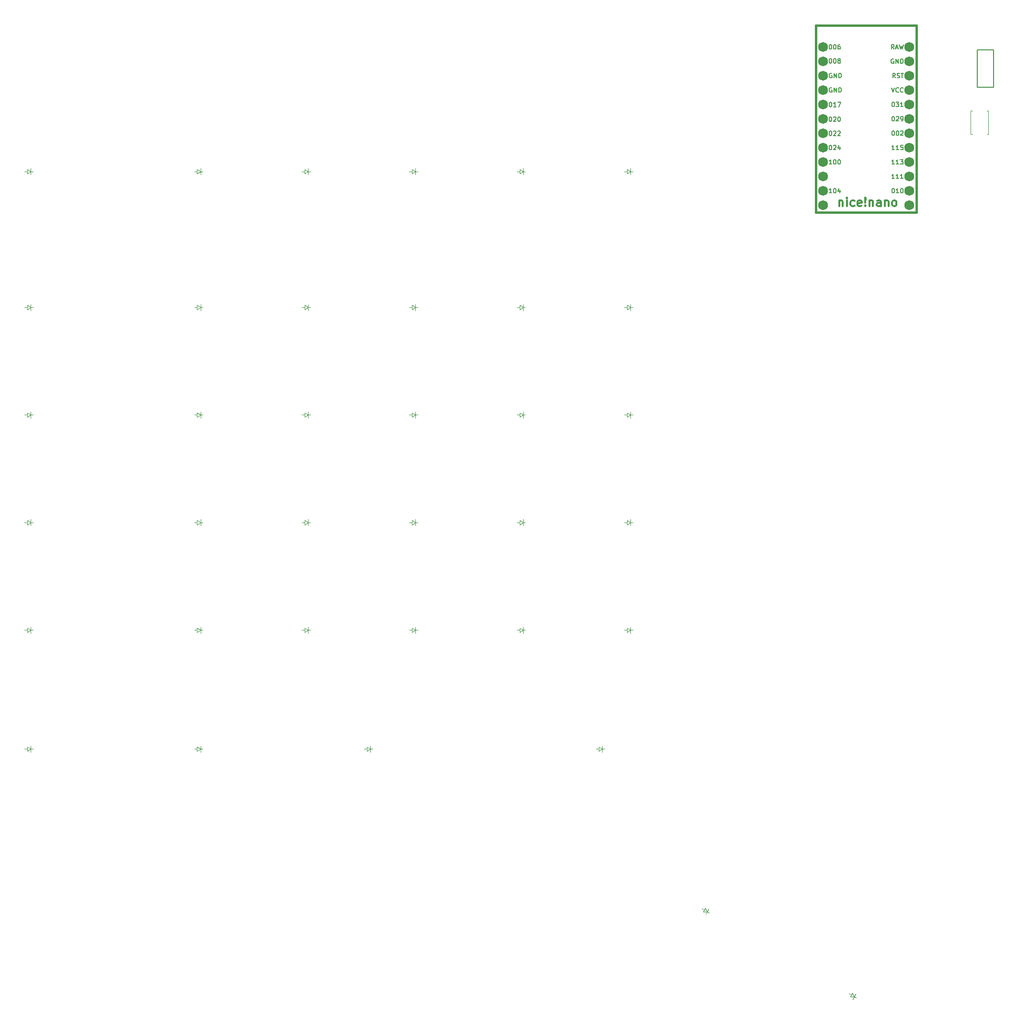
<source format=gbr>
%TF.GenerationSoftware,KiCad,Pcbnew,8.0.5*%
%TF.CreationDate,2024-10-12T19:47:22+02:00*%
%TF.ProjectId,finishedleftpcb,66696e69-7368-4656-946c-656674706362,v1.0.0*%
%TF.SameCoordinates,Original*%
%TF.FileFunction,Legend,Top*%
%TF.FilePolarity,Positive*%
%FSLAX46Y46*%
G04 Gerber Fmt 4.6, Leading zero omitted, Abs format (unit mm)*
G04 Created by KiCad (PCBNEW 8.0.5) date 2024-10-12 19:47:22*
%MOMM*%
%LPD*%
G01*
G04 APERTURE LIST*
%ADD10C,0.150000*%
%ADD11C,0.300000*%
%ADD12C,0.100000*%
%ADD13C,0.120000*%
%ADD14C,0.381000*%
%ADD15C,1.752600*%
G04 APERTURE END LIST*
D10*
X216124411Y-51519763D02*
X216200601Y-51519763D01*
X216200601Y-51519763D02*
X216276792Y-51557858D01*
X216276792Y-51557858D02*
X216314887Y-51595953D01*
X216314887Y-51595953D02*
X216352982Y-51672144D01*
X216352982Y-51672144D02*
X216391077Y-51824525D01*
X216391077Y-51824525D02*
X216391077Y-52015001D01*
X216391077Y-52015001D02*
X216352982Y-52167382D01*
X216352982Y-52167382D02*
X216314887Y-52243572D01*
X216314887Y-52243572D02*
X216276792Y-52281668D01*
X216276792Y-52281668D02*
X216200601Y-52319763D01*
X216200601Y-52319763D02*
X216124411Y-52319763D01*
X216124411Y-52319763D02*
X216048220Y-52281668D01*
X216048220Y-52281668D02*
X216010125Y-52243572D01*
X216010125Y-52243572D02*
X215972030Y-52167382D01*
X215972030Y-52167382D02*
X215933934Y-52015001D01*
X215933934Y-52015001D02*
X215933934Y-51824525D01*
X215933934Y-51824525D02*
X215972030Y-51672144D01*
X215972030Y-51672144D02*
X216010125Y-51595953D01*
X216010125Y-51595953D02*
X216048220Y-51557858D01*
X216048220Y-51557858D02*
X216124411Y-51519763D01*
X216886316Y-51519763D02*
X216962506Y-51519763D01*
X216962506Y-51519763D02*
X217038697Y-51557858D01*
X217038697Y-51557858D02*
X217076792Y-51595953D01*
X217076792Y-51595953D02*
X217114887Y-51672144D01*
X217114887Y-51672144D02*
X217152982Y-51824525D01*
X217152982Y-51824525D02*
X217152982Y-52015001D01*
X217152982Y-52015001D02*
X217114887Y-52167382D01*
X217114887Y-52167382D02*
X217076792Y-52243572D01*
X217076792Y-52243572D02*
X217038697Y-52281668D01*
X217038697Y-52281668D02*
X216962506Y-52319763D01*
X216962506Y-52319763D02*
X216886316Y-52319763D01*
X216886316Y-52319763D02*
X216810125Y-52281668D01*
X216810125Y-52281668D02*
X216772030Y-52243572D01*
X216772030Y-52243572D02*
X216733935Y-52167382D01*
X216733935Y-52167382D02*
X216695839Y-52015001D01*
X216695839Y-52015001D02*
X216695839Y-51824525D01*
X216695839Y-51824525D02*
X216733935Y-51672144D01*
X216733935Y-51672144D02*
X216772030Y-51595953D01*
X216772030Y-51595953D02*
X216810125Y-51557858D01*
X216810125Y-51557858D02*
X216886316Y-51519763D01*
X217610125Y-51862620D02*
X217533935Y-51824525D01*
X217533935Y-51824525D02*
X217495840Y-51786429D01*
X217495840Y-51786429D02*
X217457744Y-51710239D01*
X217457744Y-51710239D02*
X217457744Y-51672144D01*
X217457744Y-51672144D02*
X217495840Y-51595953D01*
X217495840Y-51595953D02*
X217533935Y-51557858D01*
X217533935Y-51557858D02*
X217610125Y-51519763D01*
X217610125Y-51519763D02*
X217762506Y-51519763D01*
X217762506Y-51519763D02*
X217838697Y-51557858D01*
X217838697Y-51557858D02*
X217876792Y-51595953D01*
X217876792Y-51595953D02*
X217914887Y-51672144D01*
X217914887Y-51672144D02*
X217914887Y-51710239D01*
X217914887Y-51710239D02*
X217876792Y-51786429D01*
X217876792Y-51786429D02*
X217838697Y-51824525D01*
X217838697Y-51824525D02*
X217762506Y-51862620D01*
X217762506Y-51862620D02*
X217610125Y-51862620D01*
X217610125Y-51862620D02*
X217533935Y-51900715D01*
X217533935Y-51900715D02*
X217495840Y-51938810D01*
X217495840Y-51938810D02*
X217457744Y-52015001D01*
X217457744Y-52015001D02*
X217457744Y-52167382D01*
X217457744Y-52167382D02*
X217495840Y-52243572D01*
X217495840Y-52243572D02*
X217533935Y-52281668D01*
X217533935Y-52281668D02*
X217610125Y-52319763D01*
X217610125Y-52319763D02*
X217762506Y-52319763D01*
X217762506Y-52319763D02*
X217838697Y-52281668D01*
X217838697Y-52281668D02*
X217876792Y-52243572D01*
X217876792Y-52243572D02*
X217914887Y-52167382D01*
X217914887Y-52167382D02*
X217914887Y-52015001D01*
X217914887Y-52015001D02*
X217876792Y-51938810D01*
X217876792Y-51938810D02*
X217838697Y-51900715D01*
X217838697Y-51900715D02*
X217762506Y-51862620D01*
X216124411Y-61819763D02*
X216200601Y-61819763D01*
X216200601Y-61819763D02*
X216276792Y-61857858D01*
X216276792Y-61857858D02*
X216314887Y-61895953D01*
X216314887Y-61895953D02*
X216352982Y-61972144D01*
X216352982Y-61972144D02*
X216391077Y-62124525D01*
X216391077Y-62124525D02*
X216391077Y-62315001D01*
X216391077Y-62315001D02*
X216352982Y-62467382D01*
X216352982Y-62467382D02*
X216314887Y-62543572D01*
X216314887Y-62543572D02*
X216276792Y-62581668D01*
X216276792Y-62581668D02*
X216200601Y-62619763D01*
X216200601Y-62619763D02*
X216124411Y-62619763D01*
X216124411Y-62619763D02*
X216048220Y-62581668D01*
X216048220Y-62581668D02*
X216010125Y-62543572D01*
X216010125Y-62543572D02*
X215972030Y-62467382D01*
X215972030Y-62467382D02*
X215933934Y-62315001D01*
X215933934Y-62315001D02*
X215933934Y-62124525D01*
X215933934Y-62124525D02*
X215972030Y-61972144D01*
X215972030Y-61972144D02*
X216010125Y-61895953D01*
X216010125Y-61895953D02*
X216048220Y-61857858D01*
X216048220Y-61857858D02*
X216124411Y-61819763D01*
X216695839Y-61895953D02*
X216733935Y-61857858D01*
X216733935Y-61857858D02*
X216810125Y-61819763D01*
X216810125Y-61819763D02*
X217000601Y-61819763D01*
X217000601Y-61819763D02*
X217076792Y-61857858D01*
X217076792Y-61857858D02*
X217114887Y-61895953D01*
X217114887Y-61895953D02*
X217152982Y-61972144D01*
X217152982Y-61972144D02*
X217152982Y-62048334D01*
X217152982Y-62048334D02*
X217114887Y-62162620D01*
X217114887Y-62162620D02*
X216657744Y-62619763D01*
X216657744Y-62619763D02*
X217152982Y-62619763D01*
X217648221Y-61819763D02*
X217724411Y-61819763D01*
X217724411Y-61819763D02*
X217800602Y-61857858D01*
X217800602Y-61857858D02*
X217838697Y-61895953D01*
X217838697Y-61895953D02*
X217876792Y-61972144D01*
X217876792Y-61972144D02*
X217914887Y-62124525D01*
X217914887Y-62124525D02*
X217914887Y-62315001D01*
X217914887Y-62315001D02*
X217876792Y-62467382D01*
X217876792Y-62467382D02*
X217838697Y-62543572D01*
X217838697Y-62543572D02*
X217800602Y-62581668D01*
X217800602Y-62581668D02*
X217724411Y-62619763D01*
X217724411Y-62619763D02*
X217648221Y-62619763D01*
X217648221Y-62619763D02*
X217572030Y-62581668D01*
X217572030Y-62581668D02*
X217533935Y-62543572D01*
X217533935Y-62543572D02*
X217495840Y-62467382D01*
X217495840Y-62467382D02*
X217457744Y-62315001D01*
X217457744Y-62315001D02*
X217457744Y-62124525D01*
X217457744Y-62124525D02*
X217495840Y-61972144D01*
X217495840Y-61972144D02*
X217533935Y-61895953D01*
X217533935Y-61895953D02*
X217572030Y-61857858D01*
X217572030Y-61857858D02*
X217648221Y-61819763D01*
X227198792Y-74449763D02*
X227274982Y-74449763D01*
X227274982Y-74449763D02*
X227351173Y-74487858D01*
X227351173Y-74487858D02*
X227389268Y-74525953D01*
X227389268Y-74525953D02*
X227427363Y-74602144D01*
X227427363Y-74602144D02*
X227465458Y-74754525D01*
X227465458Y-74754525D02*
X227465458Y-74945001D01*
X227465458Y-74945001D02*
X227427363Y-75097382D01*
X227427363Y-75097382D02*
X227389268Y-75173572D01*
X227389268Y-75173572D02*
X227351173Y-75211668D01*
X227351173Y-75211668D02*
X227274982Y-75249763D01*
X227274982Y-75249763D02*
X227198792Y-75249763D01*
X227198792Y-75249763D02*
X227122601Y-75211668D01*
X227122601Y-75211668D02*
X227084506Y-75173572D01*
X227084506Y-75173572D02*
X227046411Y-75097382D01*
X227046411Y-75097382D02*
X227008315Y-74945001D01*
X227008315Y-74945001D02*
X227008315Y-74754525D01*
X227008315Y-74754525D02*
X227046411Y-74602144D01*
X227046411Y-74602144D02*
X227084506Y-74525953D01*
X227084506Y-74525953D02*
X227122601Y-74487858D01*
X227122601Y-74487858D02*
X227198792Y-74449763D01*
X228227363Y-75249763D02*
X227770220Y-75249763D01*
X227998792Y-75249763D02*
X227998792Y-74449763D01*
X227998792Y-74449763D02*
X227922601Y-74564048D01*
X227922601Y-74564048D02*
X227846411Y-74640239D01*
X227846411Y-74640239D02*
X227770220Y-74678334D01*
X228722602Y-74449763D02*
X228798792Y-74449763D01*
X228798792Y-74449763D02*
X228874983Y-74487858D01*
X228874983Y-74487858D02*
X228913078Y-74525953D01*
X228913078Y-74525953D02*
X228951173Y-74602144D01*
X228951173Y-74602144D02*
X228989268Y-74754525D01*
X228989268Y-74754525D02*
X228989268Y-74945001D01*
X228989268Y-74945001D02*
X228951173Y-75097382D01*
X228951173Y-75097382D02*
X228913078Y-75173572D01*
X228913078Y-75173572D02*
X228874983Y-75211668D01*
X228874983Y-75211668D02*
X228798792Y-75249763D01*
X228798792Y-75249763D02*
X228722602Y-75249763D01*
X228722602Y-75249763D02*
X228646411Y-75211668D01*
X228646411Y-75211668D02*
X228608316Y-75173572D01*
X228608316Y-75173572D02*
X228570221Y-75097382D01*
X228570221Y-75097382D02*
X228532125Y-74945001D01*
X228532125Y-74945001D02*
X228532125Y-74754525D01*
X228532125Y-74754525D02*
X228570221Y-74602144D01*
X228570221Y-74602144D02*
X228608316Y-74525953D01*
X228608316Y-74525953D02*
X228646411Y-74487858D01*
X228646411Y-74487858D02*
X228722602Y-74449763D01*
X216391077Y-56707858D02*
X216314887Y-56669763D01*
X216314887Y-56669763D02*
X216200601Y-56669763D01*
X216200601Y-56669763D02*
X216086315Y-56707858D01*
X216086315Y-56707858D02*
X216010125Y-56784048D01*
X216010125Y-56784048D02*
X215972030Y-56860239D01*
X215972030Y-56860239D02*
X215933934Y-57012620D01*
X215933934Y-57012620D02*
X215933934Y-57126906D01*
X215933934Y-57126906D02*
X215972030Y-57279287D01*
X215972030Y-57279287D02*
X216010125Y-57355477D01*
X216010125Y-57355477D02*
X216086315Y-57431668D01*
X216086315Y-57431668D02*
X216200601Y-57469763D01*
X216200601Y-57469763D02*
X216276792Y-57469763D01*
X216276792Y-57469763D02*
X216391077Y-57431668D01*
X216391077Y-57431668D02*
X216429173Y-57393572D01*
X216429173Y-57393572D02*
X216429173Y-57126906D01*
X216429173Y-57126906D02*
X216276792Y-57126906D01*
X216772030Y-57469763D02*
X216772030Y-56669763D01*
X216772030Y-56669763D02*
X217229173Y-57469763D01*
X217229173Y-57469763D02*
X217229173Y-56669763D01*
X217610125Y-57469763D02*
X217610125Y-56669763D01*
X217610125Y-56669763D02*
X217800601Y-56669763D01*
X217800601Y-56669763D02*
X217914887Y-56707858D01*
X217914887Y-56707858D02*
X217991077Y-56784048D01*
X217991077Y-56784048D02*
X218029172Y-56860239D01*
X218029172Y-56860239D02*
X218067268Y-57012620D01*
X218067268Y-57012620D02*
X218067268Y-57126906D01*
X218067268Y-57126906D02*
X218029172Y-57279287D01*
X218029172Y-57279287D02*
X217991077Y-57355477D01*
X217991077Y-57355477D02*
X217914887Y-57431668D01*
X217914887Y-57431668D02*
X217800601Y-57469763D01*
X217800601Y-57469763D02*
X217610125Y-57469763D01*
X216391077Y-75249763D02*
X215933934Y-75249763D01*
X216162506Y-75249763D02*
X216162506Y-74449763D01*
X216162506Y-74449763D02*
X216086315Y-74564048D01*
X216086315Y-74564048D02*
X216010125Y-74640239D01*
X216010125Y-74640239D02*
X215933934Y-74678334D01*
X216886316Y-74449763D02*
X216962506Y-74449763D01*
X216962506Y-74449763D02*
X217038697Y-74487858D01*
X217038697Y-74487858D02*
X217076792Y-74525953D01*
X217076792Y-74525953D02*
X217114887Y-74602144D01*
X217114887Y-74602144D02*
X217152982Y-74754525D01*
X217152982Y-74754525D02*
X217152982Y-74945001D01*
X217152982Y-74945001D02*
X217114887Y-75097382D01*
X217114887Y-75097382D02*
X217076792Y-75173572D01*
X217076792Y-75173572D02*
X217038697Y-75211668D01*
X217038697Y-75211668D02*
X216962506Y-75249763D01*
X216962506Y-75249763D02*
X216886316Y-75249763D01*
X216886316Y-75249763D02*
X216810125Y-75211668D01*
X216810125Y-75211668D02*
X216772030Y-75173572D01*
X216772030Y-75173572D02*
X216733935Y-75097382D01*
X216733935Y-75097382D02*
X216695839Y-74945001D01*
X216695839Y-74945001D02*
X216695839Y-74754525D01*
X216695839Y-74754525D02*
X216733935Y-74602144D01*
X216733935Y-74602144D02*
X216772030Y-74525953D01*
X216772030Y-74525953D02*
X216810125Y-74487858D01*
X216810125Y-74487858D02*
X216886316Y-74449763D01*
X217838697Y-74716429D02*
X217838697Y-75249763D01*
X217648221Y-74411668D02*
X217457744Y-74983096D01*
X217457744Y-74983096D02*
X217952983Y-74983096D01*
X227465458Y-72709763D02*
X227008315Y-72709763D01*
X227236887Y-72709763D02*
X227236887Y-71909763D01*
X227236887Y-71909763D02*
X227160696Y-72024048D01*
X227160696Y-72024048D02*
X227084506Y-72100239D01*
X227084506Y-72100239D02*
X227008315Y-72138334D01*
X228227363Y-72709763D02*
X227770220Y-72709763D01*
X227998792Y-72709763D02*
X227998792Y-71909763D01*
X227998792Y-71909763D02*
X227922601Y-72024048D01*
X227922601Y-72024048D02*
X227846411Y-72100239D01*
X227846411Y-72100239D02*
X227770220Y-72138334D01*
X228989268Y-72709763D02*
X228532125Y-72709763D01*
X228760697Y-72709763D02*
X228760697Y-71909763D01*
X228760697Y-71909763D02*
X228684506Y-72024048D01*
X228684506Y-72024048D02*
X228608316Y-72100239D01*
X228608316Y-72100239D02*
X228532125Y-72138334D01*
X226932125Y-56669763D02*
X227198792Y-57469763D01*
X227198792Y-57469763D02*
X227465458Y-56669763D01*
X228189268Y-57393572D02*
X228151172Y-57431668D01*
X228151172Y-57431668D02*
X228036887Y-57469763D01*
X228036887Y-57469763D02*
X227960696Y-57469763D01*
X227960696Y-57469763D02*
X227846410Y-57431668D01*
X227846410Y-57431668D02*
X227770220Y-57355477D01*
X227770220Y-57355477D02*
X227732125Y-57279287D01*
X227732125Y-57279287D02*
X227694029Y-57126906D01*
X227694029Y-57126906D02*
X227694029Y-57012620D01*
X227694029Y-57012620D02*
X227732125Y-56860239D01*
X227732125Y-56860239D02*
X227770220Y-56784048D01*
X227770220Y-56784048D02*
X227846410Y-56707858D01*
X227846410Y-56707858D02*
X227960696Y-56669763D01*
X227960696Y-56669763D02*
X228036887Y-56669763D01*
X228036887Y-56669763D02*
X228151172Y-56707858D01*
X228151172Y-56707858D02*
X228189268Y-56745953D01*
X228989268Y-57393572D02*
X228951172Y-57431668D01*
X228951172Y-57431668D02*
X228836887Y-57469763D01*
X228836887Y-57469763D02*
X228760696Y-57469763D01*
X228760696Y-57469763D02*
X228646410Y-57431668D01*
X228646410Y-57431668D02*
X228570220Y-57355477D01*
X228570220Y-57355477D02*
X228532125Y-57279287D01*
X228532125Y-57279287D02*
X228494029Y-57126906D01*
X228494029Y-57126906D02*
X228494029Y-57012620D01*
X228494029Y-57012620D02*
X228532125Y-56860239D01*
X228532125Y-56860239D02*
X228570220Y-56784048D01*
X228570220Y-56784048D02*
X228646410Y-56707858D01*
X228646410Y-56707858D02*
X228760696Y-56669763D01*
X228760696Y-56669763D02*
X228836887Y-56669763D01*
X228836887Y-56669763D02*
X228951172Y-56707858D01*
X228951172Y-56707858D02*
X228989268Y-56745953D01*
X227465458Y-70169763D02*
X227008315Y-70169763D01*
X227236887Y-70169763D02*
X227236887Y-69369763D01*
X227236887Y-69369763D02*
X227160696Y-69484048D01*
X227160696Y-69484048D02*
X227084506Y-69560239D01*
X227084506Y-69560239D02*
X227008315Y-69598334D01*
X228227363Y-70169763D02*
X227770220Y-70169763D01*
X227998792Y-70169763D02*
X227998792Y-69369763D01*
X227998792Y-69369763D02*
X227922601Y-69484048D01*
X227922601Y-69484048D02*
X227846411Y-69560239D01*
X227846411Y-69560239D02*
X227770220Y-69598334D01*
X228494030Y-69369763D02*
X228989268Y-69369763D01*
X228989268Y-69369763D02*
X228722602Y-69674525D01*
X228722602Y-69674525D02*
X228836887Y-69674525D01*
X228836887Y-69674525D02*
X228913078Y-69712620D01*
X228913078Y-69712620D02*
X228951173Y-69750715D01*
X228951173Y-69750715D02*
X228989268Y-69826906D01*
X228989268Y-69826906D02*
X228989268Y-70017382D01*
X228989268Y-70017382D02*
X228951173Y-70093572D01*
X228951173Y-70093572D02*
X228913078Y-70131668D01*
X228913078Y-70131668D02*
X228836887Y-70169763D01*
X228836887Y-70169763D02*
X228608316Y-70169763D01*
X228608316Y-70169763D02*
X228532125Y-70131668D01*
X228532125Y-70131668D02*
X228494030Y-70093572D01*
D11*
X217679886Y-76597796D02*
X217679886Y-77597796D01*
X217679886Y-76740653D02*
X217751315Y-76669225D01*
X217751315Y-76669225D02*
X217894172Y-76597796D01*
X217894172Y-76597796D02*
X218108458Y-76597796D01*
X218108458Y-76597796D02*
X218251315Y-76669225D01*
X218251315Y-76669225D02*
X218322744Y-76812082D01*
X218322744Y-76812082D02*
X218322744Y-77597796D01*
X219037029Y-77597796D02*
X219037029Y-76597796D01*
X219037029Y-76097796D02*
X218965601Y-76169225D01*
X218965601Y-76169225D02*
X219037029Y-76240653D01*
X219037029Y-76240653D02*
X219108458Y-76169225D01*
X219108458Y-76169225D02*
X219037029Y-76097796D01*
X219037029Y-76097796D02*
X219037029Y-76240653D01*
X220394173Y-77526368D02*
X220251315Y-77597796D01*
X220251315Y-77597796D02*
X219965601Y-77597796D01*
X219965601Y-77597796D02*
X219822744Y-77526368D01*
X219822744Y-77526368D02*
X219751315Y-77454939D01*
X219751315Y-77454939D02*
X219679887Y-77312082D01*
X219679887Y-77312082D02*
X219679887Y-76883510D01*
X219679887Y-76883510D02*
X219751315Y-76740653D01*
X219751315Y-76740653D02*
X219822744Y-76669225D01*
X219822744Y-76669225D02*
X219965601Y-76597796D01*
X219965601Y-76597796D02*
X220251315Y-76597796D01*
X220251315Y-76597796D02*
X220394173Y-76669225D01*
X221608458Y-77526368D02*
X221465601Y-77597796D01*
X221465601Y-77597796D02*
X221179887Y-77597796D01*
X221179887Y-77597796D02*
X221037029Y-77526368D01*
X221037029Y-77526368D02*
X220965601Y-77383510D01*
X220965601Y-77383510D02*
X220965601Y-76812082D01*
X220965601Y-76812082D02*
X221037029Y-76669225D01*
X221037029Y-76669225D02*
X221179887Y-76597796D01*
X221179887Y-76597796D02*
X221465601Y-76597796D01*
X221465601Y-76597796D02*
X221608458Y-76669225D01*
X221608458Y-76669225D02*
X221679887Y-76812082D01*
X221679887Y-76812082D02*
X221679887Y-76954939D01*
X221679887Y-76954939D02*
X220965601Y-77097796D01*
X222322743Y-77454939D02*
X222394172Y-77526368D01*
X222394172Y-77526368D02*
X222322743Y-77597796D01*
X222322743Y-77597796D02*
X222251315Y-77526368D01*
X222251315Y-77526368D02*
X222322743Y-77454939D01*
X222322743Y-77454939D02*
X222322743Y-77597796D01*
X222322743Y-77026368D02*
X222251315Y-76169225D01*
X222251315Y-76169225D02*
X222322743Y-76097796D01*
X222322743Y-76097796D02*
X222394172Y-76169225D01*
X222394172Y-76169225D02*
X222322743Y-77026368D01*
X222322743Y-77026368D02*
X222322743Y-76097796D01*
X223037029Y-76597796D02*
X223037029Y-77597796D01*
X223037029Y-76740653D02*
X223108458Y-76669225D01*
X223108458Y-76669225D02*
X223251315Y-76597796D01*
X223251315Y-76597796D02*
X223465601Y-76597796D01*
X223465601Y-76597796D02*
X223608458Y-76669225D01*
X223608458Y-76669225D02*
X223679887Y-76812082D01*
X223679887Y-76812082D02*
X223679887Y-77597796D01*
X225037030Y-77597796D02*
X225037030Y-76812082D01*
X225037030Y-76812082D02*
X224965601Y-76669225D01*
X224965601Y-76669225D02*
X224822744Y-76597796D01*
X224822744Y-76597796D02*
X224537030Y-76597796D01*
X224537030Y-76597796D02*
X224394172Y-76669225D01*
X225037030Y-77526368D02*
X224894172Y-77597796D01*
X224894172Y-77597796D02*
X224537030Y-77597796D01*
X224537030Y-77597796D02*
X224394172Y-77526368D01*
X224394172Y-77526368D02*
X224322744Y-77383510D01*
X224322744Y-77383510D02*
X224322744Y-77240653D01*
X224322744Y-77240653D02*
X224394172Y-77097796D01*
X224394172Y-77097796D02*
X224537030Y-77026368D01*
X224537030Y-77026368D02*
X224894172Y-77026368D01*
X224894172Y-77026368D02*
X225037030Y-76954939D01*
X225751315Y-76597796D02*
X225751315Y-77597796D01*
X225751315Y-76740653D02*
X225822744Y-76669225D01*
X225822744Y-76669225D02*
X225965601Y-76597796D01*
X225965601Y-76597796D02*
X226179887Y-76597796D01*
X226179887Y-76597796D02*
X226322744Y-76669225D01*
X226322744Y-76669225D02*
X226394173Y-76812082D01*
X226394173Y-76812082D02*
X226394173Y-77597796D01*
X227322744Y-77597796D02*
X227179887Y-77526368D01*
X227179887Y-77526368D02*
X227108458Y-77454939D01*
X227108458Y-77454939D02*
X227037030Y-77312082D01*
X227037030Y-77312082D02*
X227037030Y-76883510D01*
X227037030Y-76883510D02*
X227108458Y-76740653D01*
X227108458Y-76740653D02*
X227179887Y-76669225D01*
X227179887Y-76669225D02*
X227322744Y-76597796D01*
X227322744Y-76597796D02*
X227537030Y-76597796D01*
X227537030Y-76597796D02*
X227679887Y-76669225D01*
X227679887Y-76669225D02*
X227751316Y-76740653D01*
X227751316Y-76740653D02*
X227822744Y-76883510D01*
X227822744Y-76883510D02*
X227822744Y-77312082D01*
X227822744Y-77312082D02*
X227751316Y-77454939D01*
X227751316Y-77454939D02*
X227679887Y-77526368D01*
X227679887Y-77526368D02*
X227537030Y-77597796D01*
X227537030Y-77597796D02*
X227322744Y-77597796D01*
D10*
X227611506Y-54929763D02*
X227344839Y-54548810D01*
X227154363Y-54929763D02*
X227154363Y-54129763D01*
X227154363Y-54129763D02*
X227459125Y-54129763D01*
X227459125Y-54129763D02*
X227535315Y-54167858D01*
X227535315Y-54167858D02*
X227573410Y-54205953D01*
X227573410Y-54205953D02*
X227611506Y-54282144D01*
X227611506Y-54282144D02*
X227611506Y-54396429D01*
X227611506Y-54396429D02*
X227573410Y-54472620D01*
X227573410Y-54472620D02*
X227535315Y-54510715D01*
X227535315Y-54510715D02*
X227459125Y-54548810D01*
X227459125Y-54548810D02*
X227154363Y-54548810D01*
X227916267Y-54891668D02*
X228030553Y-54929763D01*
X228030553Y-54929763D02*
X228221029Y-54929763D01*
X228221029Y-54929763D02*
X228297220Y-54891668D01*
X228297220Y-54891668D02*
X228335315Y-54853572D01*
X228335315Y-54853572D02*
X228373410Y-54777382D01*
X228373410Y-54777382D02*
X228373410Y-54701191D01*
X228373410Y-54701191D02*
X228335315Y-54625001D01*
X228335315Y-54625001D02*
X228297220Y-54586906D01*
X228297220Y-54586906D02*
X228221029Y-54548810D01*
X228221029Y-54548810D02*
X228068648Y-54510715D01*
X228068648Y-54510715D02*
X227992458Y-54472620D01*
X227992458Y-54472620D02*
X227954363Y-54434525D01*
X227954363Y-54434525D02*
X227916267Y-54358334D01*
X227916267Y-54358334D02*
X227916267Y-54282144D01*
X227916267Y-54282144D02*
X227954363Y-54205953D01*
X227954363Y-54205953D02*
X227992458Y-54167858D01*
X227992458Y-54167858D02*
X228068648Y-54129763D01*
X228068648Y-54129763D02*
X228259125Y-54129763D01*
X228259125Y-54129763D02*
X228373410Y-54167858D01*
X228601982Y-54129763D02*
X229059125Y-54129763D01*
X228830553Y-54929763D02*
X228830553Y-54129763D01*
X227306744Y-51627858D02*
X227230554Y-51589763D01*
X227230554Y-51589763D02*
X227116268Y-51589763D01*
X227116268Y-51589763D02*
X227001982Y-51627858D01*
X227001982Y-51627858D02*
X226925792Y-51704048D01*
X226925792Y-51704048D02*
X226887697Y-51780239D01*
X226887697Y-51780239D02*
X226849601Y-51932620D01*
X226849601Y-51932620D02*
X226849601Y-52046906D01*
X226849601Y-52046906D02*
X226887697Y-52199287D01*
X226887697Y-52199287D02*
X226925792Y-52275477D01*
X226925792Y-52275477D02*
X227001982Y-52351668D01*
X227001982Y-52351668D02*
X227116268Y-52389763D01*
X227116268Y-52389763D02*
X227192459Y-52389763D01*
X227192459Y-52389763D02*
X227306744Y-52351668D01*
X227306744Y-52351668D02*
X227344840Y-52313572D01*
X227344840Y-52313572D02*
X227344840Y-52046906D01*
X227344840Y-52046906D02*
X227192459Y-52046906D01*
X227687697Y-52389763D02*
X227687697Y-51589763D01*
X227687697Y-51589763D02*
X228144840Y-52389763D01*
X228144840Y-52389763D02*
X228144840Y-51589763D01*
X228525792Y-52389763D02*
X228525792Y-51589763D01*
X228525792Y-51589763D02*
X228716268Y-51589763D01*
X228716268Y-51589763D02*
X228830554Y-51627858D01*
X228830554Y-51627858D02*
X228906744Y-51704048D01*
X228906744Y-51704048D02*
X228944839Y-51780239D01*
X228944839Y-51780239D02*
X228982935Y-51932620D01*
X228982935Y-51932620D02*
X228982935Y-52046906D01*
X228982935Y-52046906D02*
X228944839Y-52199287D01*
X228944839Y-52199287D02*
X228906744Y-52275477D01*
X228906744Y-52275477D02*
X228830554Y-52351668D01*
X228830554Y-52351668D02*
X228716268Y-52389763D01*
X228716268Y-52389763D02*
X228525792Y-52389763D01*
X227198792Y-64289763D02*
X227274982Y-64289763D01*
X227274982Y-64289763D02*
X227351173Y-64327858D01*
X227351173Y-64327858D02*
X227389268Y-64365953D01*
X227389268Y-64365953D02*
X227427363Y-64442144D01*
X227427363Y-64442144D02*
X227465458Y-64594525D01*
X227465458Y-64594525D02*
X227465458Y-64785001D01*
X227465458Y-64785001D02*
X227427363Y-64937382D01*
X227427363Y-64937382D02*
X227389268Y-65013572D01*
X227389268Y-65013572D02*
X227351173Y-65051668D01*
X227351173Y-65051668D02*
X227274982Y-65089763D01*
X227274982Y-65089763D02*
X227198792Y-65089763D01*
X227198792Y-65089763D02*
X227122601Y-65051668D01*
X227122601Y-65051668D02*
X227084506Y-65013572D01*
X227084506Y-65013572D02*
X227046411Y-64937382D01*
X227046411Y-64937382D02*
X227008315Y-64785001D01*
X227008315Y-64785001D02*
X227008315Y-64594525D01*
X227008315Y-64594525D02*
X227046411Y-64442144D01*
X227046411Y-64442144D02*
X227084506Y-64365953D01*
X227084506Y-64365953D02*
X227122601Y-64327858D01*
X227122601Y-64327858D02*
X227198792Y-64289763D01*
X227960697Y-64289763D02*
X228036887Y-64289763D01*
X228036887Y-64289763D02*
X228113078Y-64327858D01*
X228113078Y-64327858D02*
X228151173Y-64365953D01*
X228151173Y-64365953D02*
X228189268Y-64442144D01*
X228189268Y-64442144D02*
X228227363Y-64594525D01*
X228227363Y-64594525D02*
X228227363Y-64785001D01*
X228227363Y-64785001D02*
X228189268Y-64937382D01*
X228189268Y-64937382D02*
X228151173Y-65013572D01*
X228151173Y-65013572D02*
X228113078Y-65051668D01*
X228113078Y-65051668D02*
X228036887Y-65089763D01*
X228036887Y-65089763D02*
X227960697Y-65089763D01*
X227960697Y-65089763D02*
X227884506Y-65051668D01*
X227884506Y-65051668D02*
X227846411Y-65013572D01*
X227846411Y-65013572D02*
X227808316Y-64937382D01*
X227808316Y-64937382D02*
X227770220Y-64785001D01*
X227770220Y-64785001D02*
X227770220Y-64594525D01*
X227770220Y-64594525D02*
X227808316Y-64442144D01*
X227808316Y-64442144D02*
X227846411Y-64365953D01*
X227846411Y-64365953D02*
X227884506Y-64327858D01*
X227884506Y-64327858D02*
X227960697Y-64289763D01*
X228532125Y-64365953D02*
X228570221Y-64327858D01*
X228570221Y-64327858D02*
X228646411Y-64289763D01*
X228646411Y-64289763D02*
X228836887Y-64289763D01*
X228836887Y-64289763D02*
X228913078Y-64327858D01*
X228913078Y-64327858D02*
X228951173Y-64365953D01*
X228951173Y-64365953D02*
X228989268Y-64442144D01*
X228989268Y-64442144D02*
X228989268Y-64518334D01*
X228989268Y-64518334D02*
X228951173Y-64632620D01*
X228951173Y-64632620D02*
X228494030Y-65089763D01*
X228494030Y-65089763D02*
X228989268Y-65089763D01*
X216124411Y-59219763D02*
X216200601Y-59219763D01*
X216200601Y-59219763D02*
X216276792Y-59257858D01*
X216276792Y-59257858D02*
X216314887Y-59295953D01*
X216314887Y-59295953D02*
X216352982Y-59372144D01*
X216352982Y-59372144D02*
X216391077Y-59524525D01*
X216391077Y-59524525D02*
X216391077Y-59715001D01*
X216391077Y-59715001D02*
X216352982Y-59867382D01*
X216352982Y-59867382D02*
X216314887Y-59943572D01*
X216314887Y-59943572D02*
X216276792Y-59981668D01*
X216276792Y-59981668D02*
X216200601Y-60019763D01*
X216200601Y-60019763D02*
X216124411Y-60019763D01*
X216124411Y-60019763D02*
X216048220Y-59981668D01*
X216048220Y-59981668D02*
X216010125Y-59943572D01*
X216010125Y-59943572D02*
X215972030Y-59867382D01*
X215972030Y-59867382D02*
X215933934Y-59715001D01*
X215933934Y-59715001D02*
X215933934Y-59524525D01*
X215933934Y-59524525D02*
X215972030Y-59372144D01*
X215972030Y-59372144D02*
X216010125Y-59295953D01*
X216010125Y-59295953D02*
X216048220Y-59257858D01*
X216048220Y-59257858D02*
X216124411Y-59219763D01*
X217152982Y-60019763D02*
X216695839Y-60019763D01*
X216924411Y-60019763D02*
X216924411Y-59219763D01*
X216924411Y-59219763D02*
X216848220Y-59334048D01*
X216848220Y-59334048D02*
X216772030Y-59410239D01*
X216772030Y-59410239D02*
X216695839Y-59448334D01*
X217419649Y-59219763D02*
X217952983Y-59219763D01*
X217952983Y-59219763D02*
X217610125Y-60019763D01*
X227198792Y-61749763D02*
X227274982Y-61749763D01*
X227274982Y-61749763D02*
X227351173Y-61787858D01*
X227351173Y-61787858D02*
X227389268Y-61825953D01*
X227389268Y-61825953D02*
X227427363Y-61902144D01*
X227427363Y-61902144D02*
X227465458Y-62054525D01*
X227465458Y-62054525D02*
X227465458Y-62245001D01*
X227465458Y-62245001D02*
X227427363Y-62397382D01*
X227427363Y-62397382D02*
X227389268Y-62473572D01*
X227389268Y-62473572D02*
X227351173Y-62511668D01*
X227351173Y-62511668D02*
X227274982Y-62549763D01*
X227274982Y-62549763D02*
X227198792Y-62549763D01*
X227198792Y-62549763D02*
X227122601Y-62511668D01*
X227122601Y-62511668D02*
X227084506Y-62473572D01*
X227084506Y-62473572D02*
X227046411Y-62397382D01*
X227046411Y-62397382D02*
X227008315Y-62245001D01*
X227008315Y-62245001D02*
X227008315Y-62054525D01*
X227008315Y-62054525D02*
X227046411Y-61902144D01*
X227046411Y-61902144D02*
X227084506Y-61825953D01*
X227084506Y-61825953D02*
X227122601Y-61787858D01*
X227122601Y-61787858D02*
X227198792Y-61749763D01*
X227770220Y-61825953D02*
X227808316Y-61787858D01*
X227808316Y-61787858D02*
X227884506Y-61749763D01*
X227884506Y-61749763D02*
X228074982Y-61749763D01*
X228074982Y-61749763D02*
X228151173Y-61787858D01*
X228151173Y-61787858D02*
X228189268Y-61825953D01*
X228189268Y-61825953D02*
X228227363Y-61902144D01*
X228227363Y-61902144D02*
X228227363Y-61978334D01*
X228227363Y-61978334D02*
X228189268Y-62092620D01*
X228189268Y-62092620D02*
X227732125Y-62549763D01*
X227732125Y-62549763D02*
X228227363Y-62549763D01*
X228608316Y-62549763D02*
X228760697Y-62549763D01*
X228760697Y-62549763D02*
X228836887Y-62511668D01*
X228836887Y-62511668D02*
X228874983Y-62473572D01*
X228874983Y-62473572D02*
X228951173Y-62359287D01*
X228951173Y-62359287D02*
X228989268Y-62206906D01*
X228989268Y-62206906D02*
X228989268Y-61902144D01*
X228989268Y-61902144D02*
X228951173Y-61825953D01*
X228951173Y-61825953D02*
X228913078Y-61787858D01*
X228913078Y-61787858D02*
X228836887Y-61749763D01*
X228836887Y-61749763D02*
X228684506Y-61749763D01*
X228684506Y-61749763D02*
X228608316Y-61787858D01*
X228608316Y-61787858D02*
X228570221Y-61825953D01*
X228570221Y-61825953D02*
X228532125Y-61902144D01*
X228532125Y-61902144D02*
X228532125Y-62092620D01*
X228532125Y-62092620D02*
X228570221Y-62168810D01*
X228570221Y-62168810D02*
X228608316Y-62206906D01*
X228608316Y-62206906D02*
X228684506Y-62245001D01*
X228684506Y-62245001D02*
X228836887Y-62245001D01*
X228836887Y-62245001D02*
X228913078Y-62206906D01*
X228913078Y-62206906D02*
X228951173Y-62168810D01*
X228951173Y-62168810D02*
X228989268Y-62092620D01*
X227198792Y-59209763D02*
X227274982Y-59209763D01*
X227274982Y-59209763D02*
X227351173Y-59247858D01*
X227351173Y-59247858D02*
X227389268Y-59285953D01*
X227389268Y-59285953D02*
X227427363Y-59362144D01*
X227427363Y-59362144D02*
X227465458Y-59514525D01*
X227465458Y-59514525D02*
X227465458Y-59705001D01*
X227465458Y-59705001D02*
X227427363Y-59857382D01*
X227427363Y-59857382D02*
X227389268Y-59933572D01*
X227389268Y-59933572D02*
X227351173Y-59971668D01*
X227351173Y-59971668D02*
X227274982Y-60009763D01*
X227274982Y-60009763D02*
X227198792Y-60009763D01*
X227198792Y-60009763D02*
X227122601Y-59971668D01*
X227122601Y-59971668D02*
X227084506Y-59933572D01*
X227084506Y-59933572D02*
X227046411Y-59857382D01*
X227046411Y-59857382D02*
X227008315Y-59705001D01*
X227008315Y-59705001D02*
X227008315Y-59514525D01*
X227008315Y-59514525D02*
X227046411Y-59362144D01*
X227046411Y-59362144D02*
X227084506Y-59285953D01*
X227084506Y-59285953D02*
X227122601Y-59247858D01*
X227122601Y-59247858D02*
X227198792Y-59209763D01*
X227732125Y-59209763D02*
X228227363Y-59209763D01*
X228227363Y-59209763D02*
X227960697Y-59514525D01*
X227960697Y-59514525D02*
X228074982Y-59514525D01*
X228074982Y-59514525D02*
X228151173Y-59552620D01*
X228151173Y-59552620D02*
X228189268Y-59590715D01*
X228189268Y-59590715D02*
X228227363Y-59666906D01*
X228227363Y-59666906D02*
X228227363Y-59857382D01*
X228227363Y-59857382D02*
X228189268Y-59933572D01*
X228189268Y-59933572D02*
X228151173Y-59971668D01*
X228151173Y-59971668D02*
X228074982Y-60009763D01*
X228074982Y-60009763D02*
X227846411Y-60009763D01*
X227846411Y-60009763D02*
X227770220Y-59971668D01*
X227770220Y-59971668D02*
X227732125Y-59933572D01*
X228989268Y-60009763D02*
X228532125Y-60009763D01*
X228760697Y-60009763D02*
X228760697Y-59209763D01*
X228760697Y-59209763D02*
X228684506Y-59324048D01*
X228684506Y-59324048D02*
X228608316Y-59400239D01*
X228608316Y-59400239D02*
X228532125Y-59438334D01*
X216391077Y-70169763D02*
X215933934Y-70169763D01*
X216162506Y-70169763D02*
X216162506Y-69369763D01*
X216162506Y-69369763D02*
X216086315Y-69484048D01*
X216086315Y-69484048D02*
X216010125Y-69560239D01*
X216010125Y-69560239D02*
X215933934Y-69598334D01*
X216886316Y-69369763D02*
X216962506Y-69369763D01*
X216962506Y-69369763D02*
X217038697Y-69407858D01*
X217038697Y-69407858D02*
X217076792Y-69445953D01*
X217076792Y-69445953D02*
X217114887Y-69522144D01*
X217114887Y-69522144D02*
X217152982Y-69674525D01*
X217152982Y-69674525D02*
X217152982Y-69865001D01*
X217152982Y-69865001D02*
X217114887Y-70017382D01*
X217114887Y-70017382D02*
X217076792Y-70093572D01*
X217076792Y-70093572D02*
X217038697Y-70131668D01*
X217038697Y-70131668D02*
X216962506Y-70169763D01*
X216962506Y-70169763D02*
X216886316Y-70169763D01*
X216886316Y-70169763D02*
X216810125Y-70131668D01*
X216810125Y-70131668D02*
X216772030Y-70093572D01*
X216772030Y-70093572D02*
X216733935Y-70017382D01*
X216733935Y-70017382D02*
X216695839Y-69865001D01*
X216695839Y-69865001D02*
X216695839Y-69674525D01*
X216695839Y-69674525D02*
X216733935Y-69522144D01*
X216733935Y-69522144D02*
X216772030Y-69445953D01*
X216772030Y-69445953D02*
X216810125Y-69407858D01*
X216810125Y-69407858D02*
X216886316Y-69369763D01*
X217648221Y-69369763D02*
X217724411Y-69369763D01*
X217724411Y-69369763D02*
X217800602Y-69407858D01*
X217800602Y-69407858D02*
X217838697Y-69445953D01*
X217838697Y-69445953D02*
X217876792Y-69522144D01*
X217876792Y-69522144D02*
X217914887Y-69674525D01*
X217914887Y-69674525D02*
X217914887Y-69865001D01*
X217914887Y-69865001D02*
X217876792Y-70017382D01*
X217876792Y-70017382D02*
X217838697Y-70093572D01*
X217838697Y-70093572D02*
X217800602Y-70131668D01*
X217800602Y-70131668D02*
X217724411Y-70169763D01*
X217724411Y-70169763D02*
X217648221Y-70169763D01*
X217648221Y-70169763D02*
X217572030Y-70131668D01*
X217572030Y-70131668D02*
X217533935Y-70093572D01*
X217533935Y-70093572D02*
X217495840Y-70017382D01*
X217495840Y-70017382D02*
X217457744Y-69865001D01*
X217457744Y-69865001D02*
X217457744Y-69674525D01*
X217457744Y-69674525D02*
X217495840Y-69522144D01*
X217495840Y-69522144D02*
X217533935Y-69445953D01*
X217533935Y-69445953D02*
X217572030Y-69407858D01*
X217572030Y-69407858D02*
X217648221Y-69369763D01*
X216124411Y-49049763D02*
X216200601Y-49049763D01*
X216200601Y-49049763D02*
X216276792Y-49087858D01*
X216276792Y-49087858D02*
X216314887Y-49125953D01*
X216314887Y-49125953D02*
X216352982Y-49202144D01*
X216352982Y-49202144D02*
X216391077Y-49354525D01*
X216391077Y-49354525D02*
X216391077Y-49545001D01*
X216391077Y-49545001D02*
X216352982Y-49697382D01*
X216352982Y-49697382D02*
X216314887Y-49773572D01*
X216314887Y-49773572D02*
X216276792Y-49811668D01*
X216276792Y-49811668D02*
X216200601Y-49849763D01*
X216200601Y-49849763D02*
X216124411Y-49849763D01*
X216124411Y-49849763D02*
X216048220Y-49811668D01*
X216048220Y-49811668D02*
X216010125Y-49773572D01*
X216010125Y-49773572D02*
X215972030Y-49697382D01*
X215972030Y-49697382D02*
X215933934Y-49545001D01*
X215933934Y-49545001D02*
X215933934Y-49354525D01*
X215933934Y-49354525D02*
X215972030Y-49202144D01*
X215972030Y-49202144D02*
X216010125Y-49125953D01*
X216010125Y-49125953D02*
X216048220Y-49087858D01*
X216048220Y-49087858D02*
X216124411Y-49049763D01*
X216886316Y-49049763D02*
X216962506Y-49049763D01*
X216962506Y-49049763D02*
X217038697Y-49087858D01*
X217038697Y-49087858D02*
X217076792Y-49125953D01*
X217076792Y-49125953D02*
X217114887Y-49202144D01*
X217114887Y-49202144D02*
X217152982Y-49354525D01*
X217152982Y-49354525D02*
X217152982Y-49545001D01*
X217152982Y-49545001D02*
X217114887Y-49697382D01*
X217114887Y-49697382D02*
X217076792Y-49773572D01*
X217076792Y-49773572D02*
X217038697Y-49811668D01*
X217038697Y-49811668D02*
X216962506Y-49849763D01*
X216962506Y-49849763D02*
X216886316Y-49849763D01*
X216886316Y-49849763D02*
X216810125Y-49811668D01*
X216810125Y-49811668D02*
X216772030Y-49773572D01*
X216772030Y-49773572D02*
X216733935Y-49697382D01*
X216733935Y-49697382D02*
X216695839Y-49545001D01*
X216695839Y-49545001D02*
X216695839Y-49354525D01*
X216695839Y-49354525D02*
X216733935Y-49202144D01*
X216733935Y-49202144D02*
X216772030Y-49125953D01*
X216772030Y-49125953D02*
X216810125Y-49087858D01*
X216810125Y-49087858D02*
X216886316Y-49049763D01*
X217838697Y-49049763D02*
X217686316Y-49049763D01*
X217686316Y-49049763D02*
X217610125Y-49087858D01*
X217610125Y-49087858D02*
X217572030Y-49125953D01*
X217572030Y-49125953D02*
X217495840Y-49240239D01*
X217495840Y-49240239D02*
X217457744Y-49392620D01*
X217457744Y-49392620D02*
X217457744Y-49697382D01*
X217457744Y-49697382D02*
X217495840Y-49773572D01*
X217495840Y-49773572D02*
X217533935Y-49811668D01*
X217533935Y-49811668D02*
X217610125Y-49849763D01*
X217610125Y-49849763D02*
X217762506Y-49849763D01*
X217762506Y-49849763D02*
X217838697Y-49811668D01*
X217838697Y-49811668D02*
X217876792Y-49773572D01*
X217876792Y-49773572D02*
X217914887Y-49697382D01*
X217914887Y-49697382D02*
X217914887Y-49506906D01*
X217914887Y-49506906D02*
X217876792Y-49430715D01*
X217876792Y-49430715D02*
X217838697Y-49392620D01*
X217838697Y-49392620D02*
X217762506Y-49354525D01*
X217762506Y-49354525D02*
X217610125Y-49354525D01*
X217610125Y-49354525D02*
X217533935Y-49392620D01*
X217533935Y-49392620D02*
X217495840Y-49430715D01*
X217495840Y-49430715D02*
X217457744Y-49506906D01*
X227382935Y-49849763D02*
X227116268Y-49468810D01*
X226925792Y-49849763D02*
X226925792Y-49049763D01*
X226925792Y-49049763D02*
X227230554Y-49049763D01*
X227230554Y-49049763D02*
X227306744Y-49087858D01*
X227306744Y-49087858D02*
X227344839Y-49125953D01*
X227344839Y-49125953D02*
X227382935Y-49202144D01*
X227382935Y-49202144D02*
X227382935Y-49316429D01*
X227382935Y-49316429D02*
X227344839Y-49392620D01*
X227344839Y-49392620D02*
X227306744Y-49430715D01*
X227306744Y-49430715D02*
X227230554Y-49468810D01*
X227230554Y-49468810D02*
X226925792Y-49468810D01*
X227687696Y-49621191D02*
X228068649Y-49621191D01*
X227611506Y-49849763D02*
X227878173Y-49049763D01*
X227878173Y-49049763D02*
X228144839Y-49849763D01*
X228335315Y-49049763D02*
X228525791Y-49849763D01*
X228525791Y-49849763D02*
X228678172Y-49278334D01*
X228678172Y-49278334D02*
X228830553Y-49849763D01*
X228830553Y-49849763D02*
X229021030Y-49049763D01*
X216124411Y-64319763D02*
X216200601Y-64319763D01*
X216200601Y-64319763D02*
X216276792Y-64357858D01*
X216276792Y-64357858D02*
X216314887Y-64395953D01*
X216314887Y-64395953D02*
X216352982Y-64472144D01*
X216352982Y-64472144D02*
X216391077Y-64624525D01*
X216391077Y-64624525D02*
X216391077Y-64815001D01*
X216391077Y-64815001D02*
X216352982Y-64967382D01*
X216352982Y-64967382D02*
X216314887Y-65043572D01*
X216314887Y-65043572D02*
X216276792Y-65081668D01*
X216276792Y-65081668D02*
X216200601Y-65119763D01*
X216200601Y-65119763D02*
X216124411Y-65119763D01*
X216124411Y-65119763D02*
X216048220Y-65081668D01*
X216048220Y-65081668D02*
X216010125Y-65043572D01*
X216010125Y-65043572D02*
X215972030Y-64967382D01*
X215972030Y-64967382D02*
X215933934Y-64815001D01*
X215933934Y-64815001D02*
X215933934Y-64624525D01*
X215933934Y-64624525D02*
X215972030Y-64472144D01*
X215972030Y-64472144D02*
X216010125Y-64395953D01*
X216010125Y-64395953D02*
X216048220Y-64357858D01*
X216048220Y-64357858D02*
X216124411Y-64319763D01*
X216695839Y-64395953D02*
X216733935Y-64357858D01*
X216733935Y-64357858D02*
X216810125Y-64319763D01*
X216810125Y-64319763D02*
X217000601Y-64319763D01*
X217000601Y-64319763D02*
X217076792Y-64357858D01*
X217076792Y-64357858D02*
X217114887Y-64395953D01*
X217114887Y-64395953D02*
X217152982Y-64472144D01*
X217152982Y-64472144D02*
X217152982Y-64548334D01*
X217152982Y-64548334D02*
X217114887Y-64662620D01*
X217114887Y-64662620D02*
X216657744Y-65119763D01*
X216657744Y-65119763D02*
X217152982Y-65119763D01*
X217457744Y-64395953D02*
X217495840Y-64357858D01*
X217495840Y-64357858D02*
X217572030Y-64319763D01*
X217572030Y-64319763D02*
X217762506Y-64319763D01*
X217762506Y-64319763D02*
X217838697Y-64357858D01*
X217838697Y-64357858D02*
X217876792Y-64395953D01*
X217876792Y-64395953D02*
X217914887Y-64472144D01*
X217914887Y-64472144D02*
X217914887Y-64548334D01*
X217914887Y-64548334D02*
X217876792Y-64662620D01*
X217876792Y-64662620D02*
X217419649Y-65119763D01*
X217419649Y-65119763D02*
X217914887Y-65119763D01*
X227465458Y-67629763D02*
X227008315Y-67629763D01*
X227236887Y-67629763D02*
X227236887Y-66829763D01*
X227236887Y-66829763D02*
X227160696Y-66944048D01*
X227160696Y-66944048D02*
X227084506Y-67020239D01*
X227084506Y-67020239D02*
X227008315Y-67058334D01*
X228227363Y-67629763D02*
X227770220Y-67629763D01*
X227998792Y-67629763D02*
X227998792Y-66829763D01*
X227998792Y-66829763D02*
X227922601Y-66944048D01*
X227922601Y-66944048D02*
X227846411Y-67020239D01*
X227846411Y-67020239D02*
X227770220Y-67058334D01*
X228951173Y-66829763D02*
X228570221Y-66829763D01*
X228570221Y-66829763D02*
X228532125Y-67210715D01*
X228532125Y-67210715D02*
X228570221Y-67172620D01*
X228570221Y-67172620D02*
X228646411Y-67134525D01*
X228646411Y-67134525D02*
X228836887Y-67134525D01*
X228836887Y-67134525D02*
X228913078Y-67172620D01*
X228913078Y-67172620D02*
X228951173Y-67210715D01*
X228951173Y-67210715D02*
X228989268Y-67286906D01*
X228989268Y-67286906D02*
X228989268Y-67477382D01*
X228989268Y-67477382D02*
X228951173Y-67553572D01*
X228951173Y-67553572D02*
X228913078Y-67591668D01*
X228913078Y-67591668D02*
X228836887Y-67629763D01*
X228836887Y-67629763D02*
X228646411Y-67629763D01*
X228646411Y-67629763D02*
X228570221Y-67591668D01*
X228570221Y-67591668D02*
X228532125Y-67553572D01*
X216124411Y-66829763D02*
X216200601Y-66829763D01*
X216200601Y-66829763D02*
X216276792Y-66867858D01*
X216276792Y-66867858D02*
X216314887Y-66905953D01*
X216314887Y-66905953D02*
X216352982Y-66982144D01*
X216352982Y-66982144D02*
X216391077Y-67134525D01*
X216391077Y-67134525D02*
X216391077Y-67325001D01*
X216391077Y-67325001D02*
X216352982Y-67477382D01*
X216352982Y-67477382D02*
X216314887Y-67553572D01*
X216314887Y-67553572D02*
X216276792Y-67591668D01*
X216276792Y-67591668D02*
X216200601Y-67629763D01*
X216200601Y-67629763D02*
X216124411Y-67629763D01*
X216124411Y-67629763D02*
X216048220Y-67591668D01*
X216048220Y-67591668D02*
X216010125Y-67553572D01*
X216010125Y-67553572D02*
X215972030Y-67477382D01*
X215972030Y-67477382D02*
X215933934Y-67325001D01*
X215933934Y-67325001D02*
X215933934Y-67134525D01*
X215933934Y-67134525D02*
X215972030Y-66982144D01*
X215972030Y-66982144D02*
X216010125Y-66905953D01*
X216010125Y-66905953D02*
X216048220Y-66867858D01*
X216048220Y-66867858D02*
X216124411Y-66829763D01*
X216695839Y-66905953D02*
X216733935Y-66867858D01*
X216733935Y-66867858D02*
X216810125Y-66829763D01*
X216810125Y-66829763D02*
X217000601Y-66829763D01*
X217000601Y-66829763D02*
X217076792Y-66867858D01*
X217076792Y-66867858D02*
X217114887Y-66905953D01*
X217114887Y-66905953D02*
X217152982Y-66982144D01*
X217152982Y-66982144D02*
X217152982Y-67058334D01*
X217152982Y-67058334D02*
X217114887Y-67172620D01*
X217114887Y-67172620D02*
X216657744Y-67629763D01*
X216657744Y-67629763D02*
X217152982Y-67629763D01*
X217838697Y-67096429D02*
X217838697Y-67629763D01*
X217648221Y-66791668D02*
X217457744Y-67363096D01*
X217457744Y-67363096D02*
X217952983Y-67363096D01*
X216391077Y-54167858D02*
X216314887Y-54129763D01*
X216314887Y-54129763D02*
X216200601Y-54129763D01*
X216200601Y-54129763D02*
X216086315Y-54167858D01*
X216086315Y-54167858D02*
X216010125Y-54244048D01*
X216010125Y-54244048D02*
X215972030Y-54320239D01*
X215972030Y-54320239D02*
X215933934Y-54472620D01*
X215933934Y-54472620D02*
X215933934Y-54586906D01*
X215933934Y-54586906D02*
X215972030Y-54739287D01*
X215972030Y-54739287D02*
X216010125Y-54815477D01*
X216010125Y-54815477D02*
X216086315Y-54891668D01*
X216086315Y-54891668D02*
X216200601Y-54929763D01*
X216200601Y-54929763D02*
X216276792Y-54929763D01*
X216276792Y-54929763D02*
X216391077Y-54891668D01*
X216391077Y-54891668D02*
X216429173Y-54853572D01*
X216429173Y-54853572D02*
X216429173Y-54586906D01*
X216429173Y-54586906D02*
X216276792Y-54586906D01*
X216772030Y-54929763D02*
X216772030Y-54129763D01*
X216772030Y-54129763D02*
X217229173Y-54929763D01*
X217229173Y-54929763D02*
X217229173Y-54129763D01*
X217610125Y-54929763D02*
X217610125Y-54129763D01*
X217610125Y-54129763D02*
X217800601Y-54129763D01*
X217800601Y-54129763D02*
X217914887Y-54167858D01*
X217914887Y-54167858D02*
X217991077Y-54244048D01*
X217991077Y-54244048D02*
X218029172Y-54320239D01*
X218029172Y-54320239D02*
X218067268Y-54472620D01*
X218067268Y-54472620D02*
X218067268Y-54586906D01*
X218067268Y-54586906D02*
X218029172Y-54739287D01*
X218029172Y-54739287D02*
X217991077Y-54815477D01*
X217991077Y-54815477D02*
X217914887Y-54891668D01*
X217914887Y-54891668D02*
X217800601Y-54929763D01*
X217800601Y-54929763D02*
X217610125Y-54929763D01*
D12*
%TO.C,D60*%
X104211601Y-173057468D02*
X104811601Y-173457468D01*
X104211601Y-173457468D02*
X103711601Y-173457468D01*
X104211601Y-173857468D02*
X104211601Y-173057468D01*
X104811601Y-173457468D02*
X104211601Y-173857468D01*
X104811601Y-173457468D02*
X104811601Y-172907468D01*
X104811601Y-173457468D02*
X104811601Y-174007468D01*
X105211601Y-173457468D02*
X104811601Y-173457468D01*
%TO.C,D22*%
X74211601Y-133057468D02*
X74811601Y-133457468D01*
X74211601Y-133457468D02*
X73711601Y-133457468D01*
X74211601Y-133857468D02*
X74211601Y-133057468D01*
X74811601Y-133457468D02*
X74211601Y-133857468D01*
X74811601Y-133457468D02*
X74811601Y-132907468D01*
X74811601Y-133457468D02*
X74811601Y-134007468D01*
X75211601Y-133457468D02*
X74811601Y-133457468D01*
%TO.C,D3*%
X104211601Y-114057468D02*
X104811601Y-114457468D01*
X104211601Y-114457468D02*
X103711601Y-114457468D01*
X104211601Y-114857468D02*
X104211601Y-114057468D01*
X104811601Y-114457468D02*
X104211601Y-114857468D01*
X104811601Y-114457468D02*
X104811601Y-113907468D01*
X104811601Y-114457468D02*
X104811601Y-115007468D01*
X105211601Y-114457468D02*
X104811601Y-114457468D01*
%TO.C,D17*%
X180211601Y-152057468D02*
X180811601Y-152457468D01*
X180211601Y-152457468D02*
X179711601Y-152457468D01*
X180211601Y-152857468D02*
X180211601Y-152057468D01*
X180811601Y-152457468D02*
X180211601Y-152857468D01*
X180811601Y-152457468D02*
X180811601Y-151907468D01*
X180811601Y-152457468D02*
X180811601Y-153007468D01*
X181211601Y-152457468D02*
X180811601Y-152457468D01*
%TO.C,D12*%
X142211601Y-95057468D02*
X142811601Y-95457468D01*
X142211601Y-95457468D02*
X141711601Y-95457468D01*
X142211601Y-95857468D02*
X142211601Y-95057468D01*
X142811601Y-95457468D02*
X142211601Y-95857468D01*
X142811601Y-95457468D02*
X142811601Y-94907468D01*
X142811601Y-95457468D02*
X142811601Y-96007468D01*
X143211601Y-95457468D02*
X142811601Y-95457468D01*
%TO.C,D20*%
X180211601Y-95057468D02*
X180811601Y-95457468D01*
X180211601Y-95457468D02*
X179711601Y-95457468D01*
X180211601Y-95857468D02*
X180211601Y-95057468D01*
X180811601Y-95457468D02*
X180211601Y-95857468D01*
X180811601Y-95457468D02*
X180811601Y-94907468D01*
X180811601Y-95457468D02*
X180811601Y-96007468D01*
X181211601Y-95457468D02*
X180811601Y-95457468D01*
%TO.C,D23*%
X74211601Y-114057468D02*
X74811601Y-114457468D01*
X74211601Y-114457468D02*
X73711601Y-114457468D01*
X74211601Y-114857468D02*
X74211601Y-114057468D01*
X74811601Y-114457468D02*
X74211601Y-114857468D01*
X74811601Y-114457468D02*
X74811601Y-113907468D01*
X74811601Y-114457468D02*
X74811601Y-115007468D01*
X75211601Y-114457468D02*
X74811601Y-114457468D01*
%TO.C,D16*%
X161211601Y-95057468D02*
X161811601Y-95457468D01*
X161211601Y-95457468D02*
X160711601Y-95457468D01*
X161211601Y-95857468D02*
X161211601Y-95057468D01*
X161811601Y-95457468D02*
X161211601Y-95857468D01*
X161811601Y-95457468D02*
X161811601Y-94907468D01*
X161811601Y-95457468D02*
X161811601Y-96007468D01*
X162211601Y-95457468D02*
X161811601Y-95457468D01*
%TO.C,D61*%
X134211601Y-173057468D02*
X134811601Y-173457468D01*
X134211601Y-173457468D02*
X133711601Y-173457468D01*
X134211601Y-173857468D02*
X134211601Y-173057468D01*
X134811601Y-173457468D02*
X134211601Y-173857468D01*
X134811601Y-173457468D02*
X134811601Y-172907468D01*
X134811601Y-173457468D02*
X134811601Y-174007468D01*
X135211601Y-173457468D02*
X134811601Y-173457468D01*
%TO.C,D62*%
X175211601Y-173057468D02*
X175811601Y-173457468D01*
X175211601Y-173457468D02*
X174711601Y-173457468D01*
X175211601Y-173857468D02*
X175211601Y-173057468D01*
X175811601Y-173457468D02*
X175211601Y-173857468D01*
X175811601Y-173457468D02*
X175811601Y-172907468D01*
X175811601Y-173457468D02*
X175811601Y-174007468D01*
X176211601Y-173457468D02*
X175811601Y-173457468D01*
%TO.C,D58*%
X180211601Y-71057468D02*
X180811601Y-71457468D01*
X180211601Y-71457468D02*
X179711601Y-71457468D01*
X180211601Y-71857468D02*
X180211601Y-71057468D01*
X180811601Y-71457468D02*
X180211601Y-71857468D01*
X180811601Y-71457468D02*
X180811601Y-70907468D01*
X180811601Y-71457468D02*
X180811601Y-72007468D01*
X181211601Y-71457468D02*
X180811601Y-71457468D01*
%TO.C,D5*%
X123211601Y-152057468D02*
X123811601Y-152457468D01*
X123211601Y-152457468D02*
X122711601Y-152457468D01*
X123211601Y-152857468D02*
X123211601Y-152057468D01*
X123811601Y-152457468D02*
X123211601Y-152857468D01*
X123811601Y-152457468D02*
X123811601Y-151907468D01*
X123811601Y-152457468D02*
X123811601Y-153007468D01*
X124211601Y-152457468D02*
X123811601Y-152457468D01*
%TO.C,D63*%
X193640594Y-202241056D02*
X194040594Y-201548236D01*
X193840594Y-201894646D02*
X193407581Y-201644646D01*
X194040594Y-201548236D02*
X194360209Y-202194646D01*
X194360209Y-202194646D02*
X193640594Y-202241056D01*
X194360209Y-202194646D02*
X194085209Y-202670960D01*
X194360209Y-202194646D02*
X194635209Y-201718332D01*
X194706619Y-202394646D02*
X194360209Y-202194646D01*
%TO.C,D54*%
X104211601Y-71057468D02*
X104811601Y-71457468D01*
X104211601Y-71457468D02*
X103711601Y-71457468D01*
X104211601Y-71857468D02*
X104211601Y-71057468D01*
X104811601Y-71457468D02*
X104211601Y-71857468D01*
X104811601Y-71457468D02*
X104811601Y-70907468D01*
X104811601Y-71457468D02*
X104811601Y-72007468D01*
X105211601Y-71457468D02*
X104811601Y-71457468D01*
%TO.C,D21*%
X74211601Y-152057468D02*
X74811601Y-152457468D01*
X74211601Y-152457468D02*
X73711601Y-152457468D01*
X74211601Y-152857468D02*
X74211601Y-152057468D01*
X74811601Y-152457468D02*
X74211601Y-152857468D01*
X74811601Y-152457468D02*
X74811601Y-151907468D01*
X74811601Y-152457468D02*
X74811601Y-153007468D01*
X75211601Y-152457468D02*
X74811601Y-152457468D01*
%TO.C,D57*%
X161211601Y-71057468D02*
X161811601Y-71457468D01*
X161211601Y-71457468D02*
X160711601Y-71457468D01*
X161211601Y-71857468D02*
X161211601Y-71057468D01*
X161811601Y-71457468D02*
X161211601Y-71857468D01*
X161811601Y-71457468D02*
X161811601Y-70907468D01*
X161811601Y-71457468D02*
X161811601Y-72007468D01*
X162211601Y-71457468D02*
X161811601Y-71457468D01*
%TO.C,D59*%
X74211601Y-173057468D02*
X74811601Y-173457468D01*
X74211601Y-173457468D02*
X73711601Y-173457468D01*
X74211601Y-173857468D02*
X74211601Y-173057468D01*
X74811601Y-173457468D02*
X74211601Y-173857468D01*
X74811601Y-173457468D02*
X74811601Y-172907468D01*
X74811601Y-173457468D02*
X74811601Y-174007468D01*
X75211601Y-173457468D02*
X74811601Y-173457468D01*
D13*
%TO.C,REF\u002A\u002A*%
X240930000Y-60730000D02*
X241230000Y-60730000D01*
X240930000Y-64870000D02*
X240930000Y-60730000D01*
X241230000Y-64870000D02*
X240930000Y-64870000D01*
X243770000Y-60730000D02*
X244070000Y-60730000D01*
X244070000Y-60730000D02*
X244070000Y-64870000D01*
X244070000Y-64870000D02*
X243770000Y-64870000D01*
D12*
%TO.C,D11*%
X142211601Y-114057468D02*
X142811601Y-114457468D01*
X142211601Y-114457468D02*
X141711601Y-114457468D01*
X142211601Y-114857468D02*
X142211601Y-114057468D01*
X142811601Y-114457468D02*
X142211601Y-114857468D01*
X142811601Y-114457468D02*
X142811601Y-113907468D01*
X142811601Y-114457468D02*
X142811601Y-115007468D01*
X143211601Y-114457468D02*
X142811601Y-114457468D01*
%TO.C,D6*%
X123211601Y-133057468D02*
X123811601Y-133457468D01*
X123211601Y-133457468D02*
X122711601Y-133457468D01*
X123211601Y-133857468D02*
X123211601Y-133057468D01*
X123811601Y-133457468D02*
X123211601Y-133857468D01*
X123811601Y-133457468D02*
X123811601Y-132907468D01*
X123811601Y-133457468D02*
X123811601Y-134007468D01*
X124211601Y-133457468D02*
X123811601Y-133457468D01*
D14*
%TO.C,MCU1*%
X213571601Y-45677468D02*
X213571601Y-78697468D01*
X213571601Y-78697468D02*
X231351601Y-78697468D01*
X231351601Y-45677468D02*
X213571601Y-45677468D01*
X231351601Y-78697468D02*
X231351601Y-45677468D01*
D12*
%TO.C,D14*%
X161211601Y-133057468D02*
X161811601Y-133457468D01*
X161211601Y-133457468D02*
X160711601Y-133457468D01*
X161211601Y-133857468D02*
X161211601Y-133057468D01*
X161811601Y-133457468D02*
X161211601Y-133857468D01*
X161811601Y-133457468D02*
X161811601Y-132907468D01*
X161811601Y-133457468D02*
X161811601Y-134007468D01*
X162211601Y-133457468D02*
X161811601Y-133457468D01*
%TO.C,D13*%
X161211601Y-152057468D02*
X161811601Y-152457468D01*
X161211601Y-152457468D02*
X160711601Y-152457468D01*
X161211601Y-152857468D02*
X161211601Y-152057468D01*
X161811601Y-152457468D02*
X161211601Y-152857468D01*
X161811601Y-152457468D02*
X161811601Y-151907468D01*
X161811601Y-152457468D02*
X161811601Y-153007468D01*
X162211601Y-152457468D02*
X161811601Y-152457468D01*
%TO.C,D18*%
X180211601Y-133057468D02*
X180811601Y-133457468D01*
X180211601Y-133457468D02*
X179711601Y-133457468D01*
X180211601Y-133857468D02*
X180211601Y-133057468D01*
X180811601Y-133457468D02*
X180211601Y-133857468D01*
X180811601Y-133457468D02*
X180811601Y-132907468D01*
X180811601Y-133457468D02*
X180811601Y-134007468D01*
X181211601Y-133457468D02*
X180811601Y-133457468D01*
%TO.C,D4*%
X104211601Y-95057468D02*
X104811601Y-95457468D01*
X104211601Y-95457468D02*
X103711601Y-95457468D01*
X104211601Y-95857468D02*
X104211601Y-95057468D01*
X104811601Y-95457468D02*
X104211601Y-95857468D01*
X104811601Y-95457468D02*
X104811601Y-94907468D01*
X104811601Y-95457468D02*
X104811601Y-96007468D01*
X105211601Y-95457468D02*
X104811601Y-95457468D01*
%TO.C,D7*%
X123211601Y-114057468D02*
X123811601Y-114457468D01*
X123211601Y-114457468D02*
X122711601Y-114457468D01*
X123211601Y-114857468D02*
X123211601Y-114057468D01*
X123811601Y-114457468D02*
X123211601Y-114857468D01*
X123811601Y-114457468D02*
X123811601Y-113907468D01*
X123811601Y-114457468D02*
X123811601Y-115007468D01*
X124211601Y-114457468D02*
X123811601Y-114457468D01*
%TO.C,D56*%
X142211601Y-71057468D02*
X142811601Y-71457468D01*
X142211601Y-71457468D02*
X141711601Y-71457468D01*
X142211601Y-71857468D02*
X142211601Y-71057468D01*
X142811601Y-71457468D02*
X142211601Y-71857468D01*
X142811601Y-71457468D02*
X142811601Y-70907468D01*
X142811601Y-71457468D02*
X142811601Y-72007468D01*
X143211601Y-71457468D02*
X142811601Y-71457468D01*
%TO.C,D15*%
X161211601Y-114057468D02*
X161811601Y-114457468D01*
X161211601Y-114457468D02*
X160711601Y-114457468D01*
X161211601Y-114857468D02*
X161211601Y-114057468D01*
X161811601Y-114457468D02*
X161211601Y-114857468D01*
X161811601Y-114457468D02*
X161811601Y-113907468D01*
X161811601Y-114457468D02*
X161811601Y-115007468D01*
X162211601Y-114457468D02*
X161811601Y-114457468D01*
%TO.C,D2*%
X104211601Y-133057468D02*
X104811601Y-133457468D01*
X104211601Y-133457468D02*
X103711601Y-133457468D01*
X104211601Y-133857468D02*
X104211601Y-133057468D01*
X104811601Y-133457468D02*
X104211601Y-133857468D01*
X104811601Y-133457468D02*
X104811601Y-132907468D01*
X104811601Y-133457468D02*
X104811601Y-134007468D01*
X105211601Y-133457468D02*
X104811601Y-133457468D01*
%TO.C,D53*%
X74211601Y-71057468D02*
X74811601Y-71457468D01*
X74211601Y-71457468D02*
X73711601Y-71457468D01*
X74211601Y-71857468D02*
X74211601Y-71057468D01*
X74811601Y-71457468D02*
X74211601Y-71857468D01*
X74811601Y-71457468D02*
X74811601Y-70907468D01*
X74811601Y-71457468D02*
X74811601Y-72007468D01*
X75211601Y-71457468D02*
X74811601Y-71457468D01*
%TO.C,D64*%
X219621356Y-217241056D02*
X220021356Y-216548236D01*
X219821356Y-216894646D02*
X219388343Y-216644646D01*
X220021356Y-216548236D02*
X220340971Y-217194646D01*
X220340971Y-217194646D02*
X219621356Y-217241056D01*
X220340971Y-217194646D02*
X220065971Y-217670960D01*
X220340971Y-217194646D02*
X220615971Y-216718332D01*
X220687381Y-217394646D02*
X220340971Y-217194646D01*
%TO.C,D55*%
X123211601Y-71057468D02*
X123811601Y-71457468D01*
X123211601Y-71457468D02*
X122711601Y-71457468D01*
X123211601Y-71857468D02*
X123211601Y-71057468D01*
X123811601Y-71457468D02*
X123211601Y-71857468D01*
X123811601Y-71457468D02*
X123811601Y-70907468D01*
X123811601Y-71457468D02*
X123811601Y-72007468D01*
X124211601Y-71457468D02*
X123811601Y-71457468D01*
%TO.C,D24*%
X74211601Y-95057468D02*
X74811601Y-95457468D01*
X74211601Y-95457468D02*
X73711601Y-95457468D01*
X74211601Y-95857468D02*
X74211601Y-95057468D01*
X74811601Y-95457468D02*
X74211601Y-95857468D01*
X74811601Y-95457468D02*
X74811601Y-94907468D01*
X74811601Y-95457468D02*
X74811601Y-96007468D01*
X75211601Y-95457468D02*
X74811601Y-95457468D01*
%TO.C,D19*%
X180211601Y-114057468D02*
X180811601Y-114457468D01*
X180211601Y-114457468D02*
X179711601Y-114457468D01*
X180211601Y-114857468D02*
X180211601Y-114057468D01*
X180811601Y-114457468D02*
X180211601Y-114857468D01*
X180811601Y-114457468D02*
X180811601Y-113907468D01*
X180811601Y-114457468D02*
X180811601Y-115007468D01*
X181211601Y-114457468D02*
X180811601Y-114457468D01*
%TO.C,D9*%
X142211601Y-152057468D02*
X142811601Y-152457468D01*
X142211601Y-152457468D02*
X141711601Y-152457468D01*
X142211601Y-152857468D02*
X142211601Y-152057468D01*
X142811601Y-152457468D02*
X142211601Y-152857468D01*
X142811601Y-152457468D02*
X142811601Y-151907468D01*
X142811601Y-152457468D02*
X142811601Y-153007468D01*
X143211601Y-152457468D02*
X142811601Y-152457468D01*
%TO.C,D8*%
X123211601Y-95057468D02*
X123811601Y-95457468D01*
X123211601Y-95457468D02*
X122711601Y-95457468D01*
X123211601Y-95857468D02*
X123211601Y-95057468D01*
X123811601Y-95457468D02*
X123211601Y-95857468D01*
X123811601Y-95457468D02*
X123811601Y-94907468D01*
X123811601Y-95457468D02*
X123811601Y-96007468D01*
X124211601Y-95457468D02*
X123811601Y-95457468D01*
%TO.C,D10*%
X142211601Y-133057468D02*
X142811601Y-133457468D01*
X142211601Y-133457468D02*
X141711601Y-133457468D01*
X142211601Y-133857468D02*
X142211601Y-133057468D01*
X142811601Y-133457468D02*
X142211601Y-133857468D01*
X142811601Y-133457468D02*
X142811601Y-132907468D01*
X142811601Y-133457468D02*
X142811601Y-134007468D01*
X143211601Y-133457468D02*
X142811601Y-133457468D01*
%TO.C,D1*%
X104211601Y-152057468D02*
X104811601Y-152457468D01*
X104211601Y-152457468D02*
X103711601Y-152457468D01*
X104211601Y-152857468D02*
X104211601Y-152057468D01*
X104811601Y-152457468D02*
X104211601Y-152857468D01*
X104811601Y-152457468D02*
X104811601Y-151907468D01*
X104811601Y-152457468D02*
X104811601Y-153007468D01*
X105211601Y-152457468D02*
X104811601Y-152457468D01*
D10*
%TO.C,T1*%
X242100000Y-50000000D02*
X242100000Y-56600000D01*
X242100000Y-56600000D02*
X244950000Y-56600000D01*
X244950000Y-50000000D02*
X242100000Y-50000000D01*
X244950000Y-50000000D02*
X244950000Y-53300000D01*
X244950000Y-55250000D02*
X244950000Y-51350000D01*
X244950000Y-56600000D02*
X244950000Y-53300000D01*
%TD*%
D15*
%TO.C,MCU1*%
X214841601Y-49487468D03*
X214841601Y-52027468D03*
X214841601Y-54567468D03*
X214841601Y-57107468D03*
X214841601Y-59647468D03*
X214841601Y-62187468D03*
X214841601Y-64727468D03*
X214841601Y-67267468D03*
X214841601Y-69807468D03*
X214841601Y-72347468D03*
X214841601Y-74887468D03*
X214841601Y-77427468D03*
X230081601Y-77427468D03*
X230081601Y-74887468D03*
X230081601Y-72347468D03*
X230081601Y-69807468D03*
X230081601Y-67267468D03*
X230081601Y-64727468D03*
X230081601Y-62187468D03*
X230081601Y-59647468D03*
X230081601Y-57107468D03*
X230081601Y-54567468D03*
X230081601Y-52027468D03*
X230081601Y-49487468D03*
%TD*%
M02*

</source>
